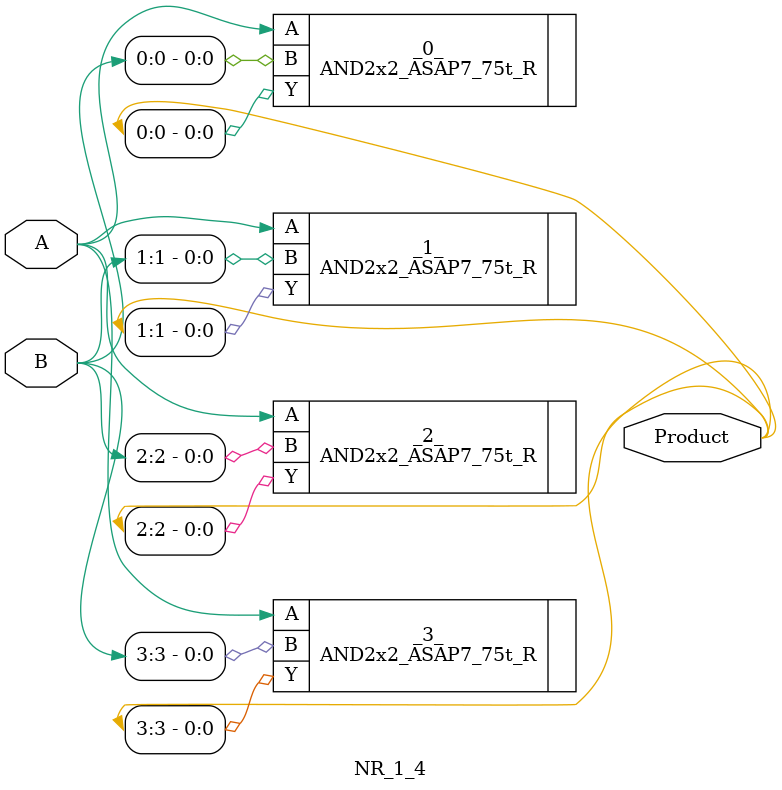
<source format=v>
/* Generated by Yosys 0.53+39 (git sha1 388955031, g++ 12.2.0-14 -fPIC -O3) */

module NR_1_4(A, B, Product);
  input A;
  wire A;
  input [3:0] B;
  wire [3:0] B;
  output [3:0] Product;
  wire [3:0] Product;
  AND2x2_ASAP7_75t_R _0_ (
    .A(A),
    .B(B[0]),
    .Y(Product[0])
  );
  AND2x2_ASAP7_75t_R _1_ (
    .A(A),
    .B(B[1]),
    .Y(Product[1])
  );
  AND2x2_ASAP7_75t_R _2_ (
    .A(A),
    .B(B[2]),
    .Y(Product[2])
  );
  AND2x2_ASAP7_75t_R _3_ (
    .A(A),
    .B(B[3]),
    .Y(Product[3])
  );
endmodule

</source>
